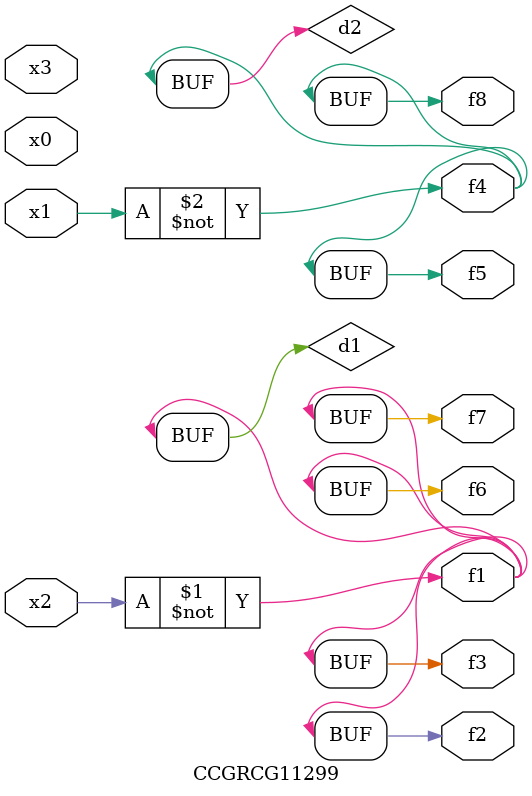
<source format=v>
module CCGRCG11299(
	input x0, x1, x2, x3,
	output f1, f2, f3, f4, f5, f6, f7, f8
);

	wire d1, d2;

	xnor (d1, x2);
	not (d2, x1);
	assign f1 = d1;
	assign f2 = d1;
	assign f3 = d1;
	assign f4 = d2;
	assign f5 = d2;
	assign f6 = d1;
	assign f7 = d1;
	assign f8 = d2;
endmodule

</source>
